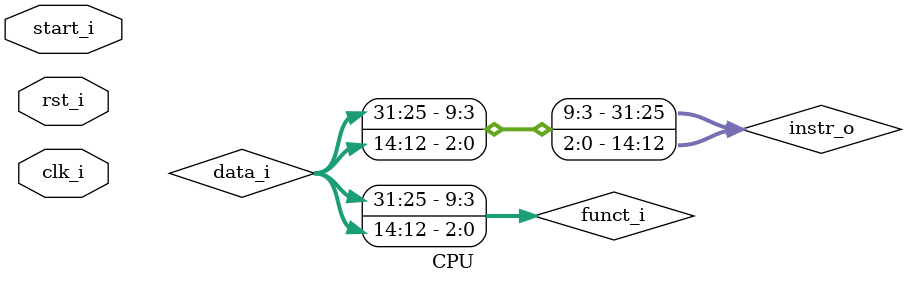
<source format=v>


module CPU
(
    clk_i, 
    rst_i,
    start_i
);

// Ports
input               clk_i;
input               rst_i;
input               start_i;
// Wires
wire [31:0] pc_o;
wire [31:0] pc_i_plus4;
wire [31:0] instr_o;
wire [6:0] Op_i;
wire [4:0] RS1addr_i;
wire [4:0] RS2addr_i;
wire [4:0] RDaddr_i;
wire [31:0] data_i;
wire [9:0] funct_i;
// wire for Control
wire [1:0] ALUOp_o;
wire ALUSrc_o;
wire RegWrite_o;
wire MemtoReg;
wire MemRead;
wire MemWrite;
wire Branch_o;
//
wire [31:0] RS1data_o;
wire [31:0] RS2data_o;
wire [31:0] data2_i;
wire [31:0] data_o;
wire [2:0] ALUCtrl_i;
wire [31:0] ALUresult;
/////////////////////////// more wires 
wire [31:0] pc_i;
wire [31:0] SL1_o;
wire [31:0] Addr_Branch;
wire [31:0] IFID_PC_o;
wire [31:0] instr2IFID;
wire Stall, Branch;
wire Eq_bit, PCWrite, NoOP;
// wires in EX 
wire IDEX_RegWrite, IDEX_MemtoReg, IDEX_MemRead, IDEX_MemWrite;
wire IDEX_ALUSrc;
wire [1:0] IDEX_ALUOp;
wire [31:0] IDEX_RS1data_o, IDEX_RS2data_o, IDEX_Imm;
wire [9:0] IDEX_funct_i;
wire [4:0] IDEX_RDaddr, IDEX_RS1addr, IDEX_RS2addr;
wire [1:0] FwA, FwB;
wire [31:0] muxout_rs1, muxout_rs2;
// wires in MEM
wire EXMEM_RegWrite, EXMEM_MemtoReg, EXMEM_MemRead, EXMEM_MemWrite;
wire [31:0] EXMEM_ALUResult, EXMEM_muxout_rs2;
wire [4:0] EXMEM_RDaddr;
wire [31:0] MEM_ReadData;
// wires in WB
wire MEMWB_RegWrite, MEMWB_MemtoReg;
wire [31:0] MEMWB_ALUResult, MEMWB_MemReadData;
wire [4:0] MEMWB_RDaddr;
wire [31:0] WB_out;


assign Op_i = instr_o[6:0];
assign RS1addr_i = instr_o[19:15];
assign RS2addr_i = instr_o[24:20];
assign RDaddr_i = instr_o[11:7];
assign data_i = instr_o[31:0];
assign funct_i = {instr_o[31:25],instr_o[14:12]};


Control Control(
    .Op_i       (Op_i),
    .ALUOp_o    (ALUOp_o),
    .ALUSrc_o   (ALUSrc_o),
    .RegWrite_o (RegWrite_o),
    .MemtoReg_o (MemtoReg),
    .MemWrite_o (MemWrite),
    .MemRead_o  (MemRead),
    .Branch_o   (Branch_o),
    .NoOP_i     (NoOP)
);



Adder Add_PC(
    .data1_in   (pc_o),
    .data2_in   (32'b100),
    .data_o     (pc_i_plus4)
);

Adder Add_Branch(
    .data1_in   (SL1_o),
    .data2_in   (IFID_PC_o),
    .data_o     (Addr_Branch)
);

ShiftLeft1 SL1_Branch(
    .in     (data_o),
    .out    (SL1_o)
);


PC PC(
    .clk_i      (clk_i),
    .rst_i      (rst_i),
    .start_i    (start_i),
    .PCWrite_i  (PCWrite),
    .pc_i       (pc_i),
    .pc_o       (pc_o)
);

Instruction_Memory Instruction_Memory(
    .addr_i     (pc_o), 
    .instr_o    (instr2IFID)
);

Registers Registers(
    .clk_i      (clk_i),
    .RS1addr_i   (RS1addr_i),
    .RS2addr_i   (RS2addr_i),
    .RDaddr_i   (MEMWB_RDaddr), 
    .RDdata_i   (WB_out),
    .RegWrite_i (MEMWB_RegWrite), 
    .RS1data_o   (RS1data_o), 
    .RS2data_o   (RS2data_o) 
);


MUX32 MUX_ALUSrc(
    .data1_i    (muxout_rs2),
    .data2_i    (IDEX_Imm),
    .select_i   (IDEX_ALUSrc),
    .data_o     (data2_i)
);

MUX32 MUX_WB(
    .select_i   (MEMWB_MemtoReg),
    .data1_i    (MEMWB_ALUResult),
    .data2_i    (MEMWB_MemReadData),
    .data_o     (WB_out) 
);

MUX32 MUX_PC(
    .select_i   (Branch),
    .data1_i    (pc_i_plus4),
    .data2_i    (Addr_Branch),
    .data_o     (pc_i)
);

AND AND_Branch(
    .i1     (Branch_o),
    .i2     (Eq_bit),
    .out    (Branch)
);

Equal Equal_Branch(
    .i1     (RS1data_o),
    .i2     (RS2data_o),
    .out    (Eq_bit)
);

Sign_Extend Sign_Extend(
    .data_i     (data_i),
    .data_o     (data_o)
);

  

ALU ALU(
    .data1_i    (muxout_rs1),
    .data2_i    (data2_i),
    .ALUCtrl_i  (ALUCtrl_i),
    .data_o     (ALUresult),
    .Zero_o     ()
);



ALU_Control ALU_Control(
    .funct_i    (IDEX_funct_i),
    .ALUOp_i    (IDEX_ALUOp),
    .ALUCtrl_o  (ALUCtrl_i)
);

Data_Memory Data_Memory(
    .clk_i      (clk_i), 
    .addr_i     (EXMEM_ALUResult), 
    .MemRead_i  (EXMEM_MemRead),
    .MemWrite_i (EXMEM_MemWrite),
    .data_i     (EXMEM_muxout_rs2),
    .data_o     (MEM_ReadData)

);

IFID IFID(
    .clk_i      (clk_i),
    .start_i    (start_i),
    // in   
    .insIN      (instr2IFID),
    .PC_i       (pc_o),
    .Stall_i    (Stall),
    .Flush_i    (Branch),
    // out 
    .insOUT     (instr_o),
    .PC_o       (IFID_PC_o)
);

IDEX IDEX(
    .clk_i      (clk_i),
    .start_i    (start_i),
    // in 
    .RegWrite_i     (RegWrite_o),
    .MemtoReg_i     (MemtoReg),
    .MemRead_i      (MemRead),
    .MemWrite_i     (MemWrite),
    .ALUOp_i        (ALUOp_o),
    .ALUSrc_i       (ALUSrc_o),
    .RS1data_i      (RS1data_o),
    .RS2data_i      (RS2data_o),
    .Imm_i          (data_o),
    .funct_i        (funct_i),
    .RDaddr_i       (RDaddr_i), 
    .RS1addr_i      (RS1addr_i),
    .RS2addr_i      (RS2addr_i),
    // out
    .RegWrite_o     (IDEX_RegWrite),
    .MemtoReg_o     (IDEX_MemtoReg),
    .MemRead_o      (IDEX_MemRead),
    .MemWrite_o     (IDEX_MemWrite),
    .ALUOp_o        (IDEX_ALUOp),      
    .ALUSrc_o       (IDEX_ALUSrc),
    .RS1data_o      (IDEX_RS1data_o),
    .RS2data_o      (IDEX_RS2data_o),
    .Imm_o          (IDEX_Imm),
    .funct_o        (IDEX_funct_i),
    .RDaddr_o       (IDEX_RDaddr),
    .RS1addr_o      (IDEX_RS1addr),
    .RS2addr_o      (IDEX_RS2addr)
);

EXMEM EXMEM(
    .clk_i(clk_i),
    .start_i    (start_i),
    //in
    .RegWrite_i     (IDEX_RegWrite),
    .MemtoReg_i     (IDEX_MemtoReg),
    .MemRead_i      (IDEX_MemRead),
    .MemWrite_i     (IDEX_MemWrite),
    .ALUresult_i    (ALUresult),
    .RS2data_i      (muxout_rs2),
    .RDaddr_i       (IDEX_RDaddr),
    //out
    .RegWrite_o     (EXMEM_RegWrite),
    .MemtoReg_o     (EXMEM_MemtoReg),
    .MemRead_o      (EXMEM_MemRead),
    .MemWrite_o     (EXMEM_MemWrite),
    .ALUresult_o    (EXMEM_ALUResult),
    .RS2data_o      (EXMEM_muxout_rs2),
    .RDaddr_o       (EXMEM_RDaddr)
);

MEMWB MEMWB(
    .clk_i(clk_i),
    .start_i    (start_i),
    // in
    .RegWrite_i     (EXMEM_RegWrite),
    .MemtoReg_i     (EXMEM_MemtoReg),
    .ALUresult_i    (EXMEM_ALUResult),
    .MemReadData_i  (MEM_ReadData),
    .RDaddr_i       (EXMEM_RDaddr),
    // out
    .RegWrite_o     (MEMWB_RegWrite),
    .MemtoReg_o     (MEMWB_MemtoReg),
    .ALUresult_o    (MEMWB_ALUResult),
    .MemReadData_o  (MEMWB_MemReadData),
    .RDaddr_o       (MEMWB_RDaddr)
);

HDU HDU(
    .RS1addr_i      (RS1addr_i),
    .RS2addr_i      (RS2addr_i),
    .PCWrite_o      (PCWrite),
    .Stall_o        (Stall),
    .NoOP_o         (NoOP),
    .RDaddr_i       (IDEX_RDaddr),
    .MemRead_i      (IDEX_MemRead)
);

FU FU(
    .IDEX_RS1_i     (IDEX_RS1addr),
    .IDEX_RS2_i     (IDEX_RS2addr),
    .EXMEM_RegWrite_i   (EXMEM_RegWrite),
    .EXMEM_RD_i         (EXMEM_RDaddr),
    .MEMWB_RegWrite_i   (MEMWB_RegWrite),
    .MEMWB_Rd_i         (MEMWB_RDaddr),
    .FwA_o              (FwA),
    .FwB_o              (FwB)
);

MUX4 MUX4_RS1(
    .out    (muxout_rs1),
    .i0     (IDEX_RS1data_o),
    .i1     (WB_out),    
    .i2     (EXMEM_ALUResult),
    .i3     (),
    .sel    (FwA)
);

MUX4 MUX4_RS2(
    .out    (muxout_rs2),
    .i0     (IDEX_RS2data_o),
    .i1     (WB_out),
    .i2     (EXMEM_ALUResult),
    .i3     (),
    .sel    (FwB)
);


endmodule


</source>
